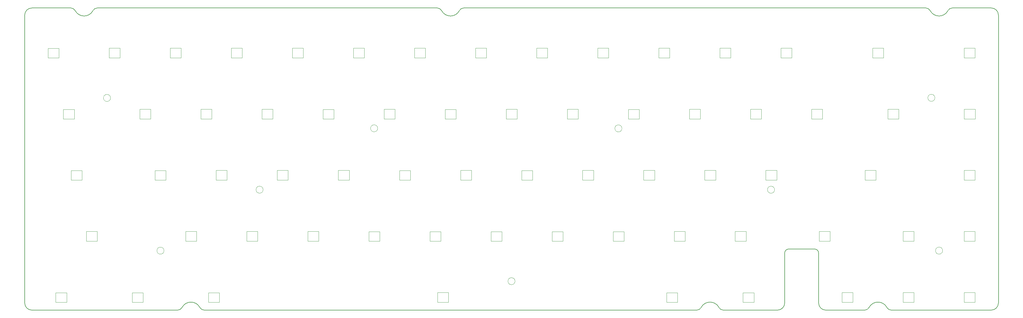
<source format=gbr>
%TF.GenerationSoftware,KiCad,Pcbnew,(5.1.12)-1*%
%TF.CreationDate,2022-03-05T19:22:20+03:30*%
%TF.ProjectId,JKB67,4a4b4236-372e-46b6-9963-61645f706362,rev?*%
%TF.SameCoordinates,Original*%
%TF.FileFunction,Profile,NP*%
%FSLAX46Y46*%
G04 Gerber Fmt 4.6, Leading zero omitted, Abs format (unit mm)*
G04 Created by KiCad (PCBNEW (5.1.12)-1) date 2022-03-05 19:22:20*
%MOMM*%
%LPD*%
G01*
G04 APERTURE LIST*
%TA.AperFunction,Profile*%
%ADD10C,0.200000*%
%TD*%
%TA.AperFunction,Profile*%
%ADD11C,0.050000*%
%TD*%
%TA.AperFunction,Profile*%
%ADD12C,0.120000*%
%TD*%
G04 APERTURE END LIST*
D10*
X79767773Y-79880952D02*
G75*
G02*
X74181628Y-79880952I-2793073J1456452D01*
G01*
X295524700Y-155474500D02*
G75*
G02*
X296774700Y-154224500I1250000J0D01*
G01*
X107519128Y-172468048D02*
G75*
G02*
X106189094Y-173274500I-1330034J693548D01*
G01*
X304849700Y-154224500D02*
G75*
G02*
X306099700Y-155474500I0J-1250000D01*
G01*
X107519129Y-172468049D02*
G75*
G02*
X113105271Y-172468049I2793071J-1456451D01*
G01*
X269444129Y-172468049D02*
G75*
G02*
X275030271Y-172468049I2793071J-1456451D01*
G01*
X194067773Y-79880952D02*
G75*
G02*
X188481628Y-79880952I-2793073J1456452D01*
G01*
X72851594Y-79074500D02*
G75*
G02*
X74181628Y-79880952I0J-1500000D01*
G01*
X60699700Y-173274500D02*
G75*
G02*
X58449700Y-171024500I0J2250000D01*
G01*
X269444128Y-172468048D02*
G75*
G02*
X268114094Y-173274500I-1330034J693548D01*
G01*
X58449700Y-81324500D02*
G75*
G02*
X60699700Y-79074500I2250000J0D01*
G01*
X339551594Y-79074500D02*
X195397805Y-79074500D01*
X321831629Y-172468049D02*
G75*
G02*
X327417771Y-172468049I2793071J-1456451D01*
G01*
X359949700Y-79074500D02*
X347797805Y-79074500D01*
X295524700Y-171024500D02*
G75*
G02*
X293274700Y-173274500I-2250000J0D01*
G01*
X306099700Y-155474500D02*
X306099700Y-171024500D01*
X362199700Y-171024500D02*
G75*
G02*
X359949700Y-173274500I-2250000J0D01*
G01*
X308349700Y-173274500D02*
G75*
G02*
X306099700Y-171024500I0J2250000D01*
G01*
X328747806Y-173274500D02*
G75*
G02*
X327417771Y-172468049I-1J1500000D01*
G01*
X362199700Y-171024500D02*
X362199700Y-81324500D01*
X346467771Y-79880952D02*
G75*
G02*
X347797805Y-79074500I1330034J-693548D01*
G01*
X276360306Y-173274500D02*
G75*
G02*
X275030271Y-172468049I-1J1500000D01*
G01*
X320501594Y-173274500D02*
X308349700Y-173274500D01*
X359949700Y-173274500D02*
X328747805Y-173274500D01*
X359949700Y-79074500D02*
G75*
G02*
X362199700Y-81324500I0J-2250000D01*
G01*
X321831628Y-172468048D02*
G75*
G02*
X320501594Y-173274500I-1330034J693548D01*
G01*
X79767771Y-79880952D02*
G75*
G02*
X81097805Y-79074500I1330034J-693548D01*
G01*
X296774700Y-154224500D02*
X304849700Y-154224500D01*
X114435306Y-173274500D02*
G75*
G02*
X113105271Y-172468049I-1J1500000D01*
G01*
X268114094Y-173274500D02*
X114435305Y-173274500D01*
X187151594Y-79074500D02*
G75*
G02*
X188481628Y-79880952I0J-1500000D01*
G01*
X72851594Y-79074500D02*
X60699700Y-79074500D01*
X194067771Y-79880952D02*
G75*
G02*
X195397805Y-79074500I1330034J-693548D01*
G01*
X187151594Y-79074500D02*
X81097805Y-79074500D01*
X339551594Y-79074500D02*
G75*
G02*
X340881628Y-79880952I0J-1500000D01*
G01*
X295524700Y-155474500D02*
X295524700Y-171024500D01*
X293274700Y-173274500D02*
X276360305Y-173274500D01*
X58449700Y-171024500D02*
X58449700Y-81324500D01*
X346467773Y-79880952D02*
G75*
G02*
X340881628Y-79880952I-2793073J1456452D01*
G01*
X106189094Y-173274500D02*
X60699700Y-173274500D01*
D11*
X344774700Y-154724100D02*
G75*
G03*
X344774700Y-154724100I-1100000J0D01*
G01*
X342374400Y-107086400D02*
G75*
G03*
X342374400Y-107086400I-1100000J0D01*
G01*
X292361800Y-135737600D02*
G75*
G03*
X292361800Y-135737600I-1100000J0D01*
G01*
X244749500Y-116624100D02*
G75*
G03*
X244749500Y-116624100I-1100000J0D01*
G01*
X168549500Y-116598700D02*
G75*
G03*
X168549500Y-116598700I-1100000J0D01*
G01*
X132811700Y-135724900D02*
G75*
G03*
X132811700Y-135724900I-1100000J0D01*
G01*
X211399300Y-164261800D02*
G75*
G03*
X211399300Y-164261800I-1100000J0D01*
G01*
X85224800Y-107124500D02*
G75*
G03*
X85224800Y-107124500I-1100000J0D01*
G01*
D12*
X101899900Y-154736800D02*
G75*
G03*
X101899900Y-154736800I-1100000J0D01*
G01*
D11*
%TO.C,U72*%
X351512000Y-170799000D02*
X351512000Y-167799000D01*
X354912000Y-170799000D02*
X351512000Y-170799000D01*
X354912000Y-167799000D02*
X354912000Y-170799000D01*
X351512000Y-167799000D02*
X354912000Y-167799000D01*
%TO.C,U71*%
X351512000Y-151749000D02*
X351512000Y-148749000D01*
X354912000Y-151749000D02*
X351512000Y-151749000D01*
X354912000Y-148749000D02*
X354912000Y-151749000D01*
X351512000Y-148749000D02*
X354912000Y-148749000D01*
%TO.C,U70*%
X351500000Y-132686000D02*
X351500000Y-129686000D01*
X354900000Y-132686000D02*
X351500000Y-132686000D01*
X354900000Y-129686000D02*
X354900000Y-132686000D01*
X351500000Y-129686000D02*
X354900000Y-129686000D01*
%TO.C,U69*%
X351521000Y-113662000D02*
X351521000Y-110662000D01*
X354921000Y-113662000D02*
X351521000Y-113662000D01*
X354921000Y-110662000D02*
X354921000Y-113662000D01*
X351521000Y-110662000D02*
X354921000Y-110662000D01*
%TO.C,U68*%
X351512000Y-94611800D02*
X351512000Y-91611800D01*
X354912000Y-94611800D02*
X351512000Y-94611800D01*
X354912000Y-91611800D02*
X354912000Y-94611800D01*
X351512000Y-91611800D02*
X354912000Y-91611800D01*
%TO.C,U67*%
X322912000Y-91611800D02*
X326312000Y-91611800D01*
X326312000Y-91611800D02*
X326312000Y-94611800D01*
X326312000Y-94611800D02*
X322912000Y-94611800D01*
X322912000Y-94611800D02*
X322912000Y-91611800D01*
%TO.C,U66*%
X332462000Y-170799000D02*
X332462000Y-167799000D01*
X335862000Y-170799000D02*
X332462000Y-170799000D01*
X335862000Y-167799000D02*
X335862000Y-170799000D01*
X332462000Y-167799000D02*
X335862000Y-167799000D01*
%TO.C,U65*%
X332462000Y-151762000D02*
X332462000Y-148762000D01*
X335862000Y-151762000D02*
X332462000Y-151762000D01*
X335862000Y-148762000D02*
X335862000Y-151762000D01*
X332462000Y-148762000D02*
X335862000Y-148762000D01*
%TO.C,U64*%
X320575000Y-129712000D02*
X323975000Y-129712000D01*
X323975000Y-129712000D02*
X323975000Y-132712000D01*
X323975000Y-132712000D02*
X320575000Y-132712000D01*
X320575000Y-132712000D02*
X320575000Y-129712000D01*
%TO.C,U63*%
X327713000Y-110649000D02*
X331113000Y-110649000D01*
X331113000Y-110649000D02*
X331113000Y-113649000D01*
X331113000Y-113649000D02*
X327713000Y-113649000D01*
X327713000Y-113649000D02*
X327713000Y-110649000D01*
%TO.C,U62*%
X313387000Y-170812000D02*
X313387000Y-167812000D01*
X316787000Y-170812000D02*
X313387000Y-170812000D01*
X316787000Y-167812000D02*
X316787000Y-170812000D01*
X313387000Y-167812000D02*
X316787000Y-167812000D01*
%TO.C,U61*%
X306250000Y-148762000D02*
X309650000Y-148762000D01*
X309650000Y-148762000D02*
X309650000Y-151762000D01*
X309650000Y-151762000D02*
X306250000Y-151762000D01*
X306250000Y-151762000D02*
X306250000Y-148762000D01*
%TO.C,U60*%
X303900000Y-113649000D02*
X303900000Y-110649000D01*
X307300000Y-113649000D02*
X303900000Y-113649000D01*
X307300000Y-110649000D02*
X307300000Y-113649000D01*
X303900000Y-110649000D02*
X307300000Y-110649000D01*
%TO.C,U59*%
X294337000Y-94611800D02*
X294337000Y-91611800D01*
X297737000Y-94611800D02*
X294337000Y-94611800D01*
X297737000Y-91611800D02*
X297737000Y-94611800D01*
X294337000Y-91611800D02*
X297737000Y-91611800D01*
%TO.C,U58*%
X282513000Y-167863000D02*
X285913000Y-167863000D01*
X285913000Y-167863000D02*
X285913000Y-170863000D01*
X285913000Y-170863000D02*
X282513000Y-170863000D01*
X282513000Y-170863000D02*
X282513000Y-167863000D01*
%TO.C,U57*%
X280062000Y-151762000D02*
X280062000Y-148762000D01*
X283462000Y-151762000D02*
X280062000Y-151762000D01*
X283462000Y-148762000D02*
X283462000Y-151762000D01*
X280062000Y-148762000D02*
X283462000Y-148762000D01*
%TO.C,U56*%
X289625000Y-132699000D02*
X289625000Y-129699000D01*
X293025000Y-132699000D02*
X289625000Y-132699000D01*
X293025000Y-129699000D02*
X293025000Y-132699000D01*
X289625000Y-129699000D02*
X293025000Y-129699000D01*
%TO.C,U55*%
X284850000Y-113649000D02*
X284850000Y-110649000D01*
X288250000Y-113649000D02*
X284850000Y-113649000D01*
X288250000Y-110649000D02*
X288250000Y-113649000D01*
X284850000Y-110649000D02*
X288250000Y-110649000D01*
%TO.C,U54*%
X275300000Y-94611800D02*
X275300000Y-91611800D01*
X278700000Y-94611800D02*
X275300000Y-94611800D01*
X278700000Y-91611800D02*
X278700000Y-94611800D01*
X275300000Y-91611800D02*
X278700000Y-91611800D01*
%TO.C,U52*%
X261025000Y-151749000D02*
X261025000Y-148749000D01*
X264425000Y-151749000D02*
X261025000Y-151749000D01*
X264425000Y-148749000D02*
X264425000Y-151749000D01*
X261025000Y-148749000D02*
X264425000Y-148749000D01*
%TO.C,U51*%
X270575000Y-132699000D02*
X270575000Y-129699000D01*
X273975000Y-132699000D02*
X270575000Y-132699000D01*
X273975000Y-129699000D02*
X273975000Y-132699000D01*
X270575000Y-129699000D02*
X273975000Y-129699000D01*
%TO.C,U50*%
X265800000Y-113649000D02*
X265800000Y-110649000D01*
X269200000Y-113649000D02*
X265800000Y-113649000D01*
X269200000Y-110649000D02*
X269200000Y-113649000D01*
X265800000Y-110649000D02*
X269200000Y-110649000D01*
%TO.C,U49*%
X256250000Y-94611800D02*
X256250000Y-91611800D01*
X259650000Y-94611800D02*
X256250000Y-94611800D01*
X259650000Y-91611800D02*
X259650000Y-94611800D01*
X256250000Y-91611800D02*
X259650000Y-91611800D01*
%TO.C,U48*%
X258688000Y-167863000D02*
X262088000Y-167863000D01*
X262088000Y-167863000D02*
X262088000Y-170863000D01*
X262088000Y-170863000D02*
X258688000Y-170863000D01*
X258688000Y-170863000D02*
X258688000Y-167863000D01*
%TO.C,U47*%
X241975000Y-151787000D02*
X241975000Y-148787000D01*
X245375000Y-151787000D02*
X241975000Y-151787000D01*
X245375000Y-148787000D02*
X245375000Y-151787000D01*
X241975000Y-148787000D02*
X245375000Y-148787000D01*
%TO.C,U46*%
X251525000Y-132699000D02*
X251525000Y-129699000D01*
X254925000Y-132699000D02*
X251525000Y-132699000D01*
X254925000Y-129699000D02*
X254925000Y-132699000D01*
X251525000Y-129699000D02*
X254925000Y-129699000D01*
%TO.C,U45*%
X246737000Y-113674000D02*
X246737000Y-110674000D01*
X250137000Y-113674000D02*
X246737000Y-113674000D01*
X250137000Y-110674000D02*
X250137000Y-113674000D01*
X246737000Y-110674000D02*
X250137000Y-110674000D01*
%TO.C,U44*%
X237200000Y-94611800D02*
X237200000Y-91611800D01*
X240600000Y-94611800D02*
X237200000Y-94611800D01*
X240600000Y-91611800D02*
X240600000Y-94611800D01*
X237200000Y-91611800D02*
X240600000Y-91611800D01*
%TO.C,U43*%
X222938000Y-151774000D02*
X222938000Y-148774000D01*
X226338000Y-151774000D02*
X222938000Y-151774000D01*
X226338000Y-148774000D02*
X226338000Y-151774000D01*
X222938000Y-148774000D02*
X226338000Y-148774000D01*
%TO.C,U42*%
X232475000Y-132712000D02*
X232475000Y-129712000D01*
X235875000Y-132712000D02*
X232475000Y-132712000D01*
X235875000Y-129712000D02*
X235875000Y-132712000D01*
X232475000Y-129712000D02*
X235875000Y-129712000D01*
%TO.C,U41*%
X227687000Y-113662000D02*
X227687000Y-110662000D01*
X231087000Y-113662000D02*
X227687000Y-113662000D01*
X231087000Y-110662000D02*
X231087000Y-113662000D01*
X227687000Y-110662000D02*
X231087000Y-110662000D01*
%TO.C,U40*%
X218137000Y-94611800D02*
X218137000Y-91611800D01*
X221537000Y-94611800D02*
X218137000Y-94611800D01*
X221537000Y-91611800D02*
X221537000Y-94611800D01*
X218137000Y-91611800D02*
X221537000Y-91611800D01*
%TO.C,U39*%
X203888000Y-151774000D02*
X203888000Y-148774000D01*
X207288000Y-151774000D02*
X203888000Y-151774000D01*
X207288000Y-148774000D02*
X207288000Y-151774000D01*
X203888000Y-148774000D02*
X207288000Y-148774000D01*
%TO.C,U38*%
X213451000Y-132724000D02*
X213451000Y-129724000D01*
X216851000Y-132724000D02*
X213451000Y-132724000D01*
X216851000Y-129724000D02*
X216851000Y-132724000D01*
X213451000Y-129724000D02*
X216851000Y-129724000D01*
%TO.C,U37*%
X208637000Y-113662000D02*
X208637000Y-110662000D01*
X212037000Y-113662000D02*
X208637000Y-113662000D01*
X212037000Y-110662000D02*
X212037000Y-113662000D01*
X208637000Y-110662000D02*
X212037000Y-110662000D01*
%TO.C,U36*%
X199087000Y-94611800D02*
X199087000Y-91611800D01*
X202487000Y-94611800D02*
X199087000Y-94611800D01*
X202487000Y-91611800D02*
X202487000Y-94611800D01*
X199087000Y-91611800D02*
X202487000Y-91611800D01*
%TO.C,U35*%
X187238000Y-167812000D02*
X190638000Y-167812000D01*
X190638000Y-167812000D02*
X190638000Y-170812000D01*
X190638000Y-170812000D02*
X187238000Y-170812000D01*
X187238000Y-170812000D02*
X187238000Y-167812000D01*
%TO.C,U34*%
X184850000Y-151787000D02*
X184850000Y-148787000D01*
X188250000Y-151787000D02*
X184850000Y-151787000D01*
X188250000Y-148787000D02*
X188250000Y-151787000D01*
X184850000Y-148787000D02*
X188250000Y-148787000D01*
%TO.C,U33*%
X194388000Y-132712000D02*
X194388000Y-129712000D01*
X197788000Y-132712000D02*
X194388000Y-132712000D01*
X197788000Y-129712000D02*
X197788000Y-132712000D01*
X194388000Y-129712000D02*
X197788000Y-129712000D01*
%TO.C,U32*%
X189587000Y-113674000D02*
X189587000Y-110674000D01*
X192987000Y-113674000D02*
X189587000Y-113674000D01*
X192987000Y-110674000D02*
X192987000Y-113674000D01*
X189587000Y-110674000D02*
X192987000Y-110674000D01*
%TO.C,U31*%
X180050000Y-94611800D02*
X180050000Y-91611800D01*
X183450000Y-94611800D02*
X180050000Y-94611800D01*
X183450000Y-91611800D02*
X183450000Y-94611800D01*
X180050000Y-91611800D02*
X183450000Y-91611800D01*
%TO.C,U30*%
X165788000Y-151774000D02*
X165788000Y-148774000D01*
X169188000Y-151774000D02*
X165788000Y-151774000D01*
X169188000Y-148774000D02*
X169188000Y-151774000D01*
X165788000Y-148774000D02*
X169188000Y-148774000D01*
%TO.C,U29*%
X175338000Y-132724000D02*
X175338000Y-129724000D01*
X178738000Y-132724000D02*
X175338000Y-132724000D01*
X178738000Y-129724000D02*
X178738000Y-132724000D01*
X175338000Y-129724000D02*
X178738000Y-129724000D01*
%TO.C,U28*%
X170525000Y-113662000D02*
X170525000Y-110662000D01*
X173925000Y-113662000D02*
X170525000Y-113662000D01*
X173925000Y-110662000D02*
X173925000Y-113662000D01*
X170525000Y-110662000D02*
X173925000Y-110662000D01*
%TO.C,U27*%
X161000000Y-94611800D02*
X161000000Y-91611800D01*
X164400000Y-94611800D02*
X161000000Y-94611800D01*
X164400000Y-91611800D02*
X164400000Y-94611800D01*
X161000000Y-91611800D02*
X164400000Y-91611800D01*
%TO.C,U26*%
X146725000Y-151762000D02*
X146725000Y-148762000D01*
X150125000Y-151762000D02*
X146725000Y-151762000D01*
X150125000Y-148762000D02*
X150125000Y-151762000D01*
X146725000Y-148762000D02*
X150125000Y-148762000D01*
%TO.C,U25*%
X156275000Y-132712000D02*
X156275000Y-129712000D01*
X159675000Y-132712000D02*
X156275000Y-132712000D01*
X159675000Y-129712000D02*
X159675000Y-132712000D01*
X156275000Y-129712000D02*
X159675000Y-129712000D01*
%TO.C,U24*%
X151462000Y-113674000D02*
X151462000Y-110674000D01*
X154862000Y-113674000D02*
X151462000Y-113674000D01*
X154862000Y-110674000D02*
X154862000Y-113674000D01*
X151462000Y-110674000D02*
X154862000Y-110674000D01*
%TO.C,U23*%
X141962000Y-94611800D02*
X141962000Y-91611800D01*
X145362000Y-94611800D02*
X141962000Y-94611800D01*
X145362000Y-91611800D02*
X145362000Y-94611800D01*
X141962000Y-91611800D02*
X145362000Y-91611800D01*
%TO.C,U20*%
X127688000Y-151749000D02*
X127688000Y-148749000D01*
X131088000Y-151749000D02*
X127688000Y-151749000D01*
X131088000Y-148749000D02*
X131088000Y-151749000D01*
X127688000Y-148749000D02*
X131088000Y-148749000D01*
%TO.C,U19*%
X137200000Y-132712000D02*
X137200000Y-129712000D01*
X140600000Y-132712000D02*
X137200000Y-132712000D01*
X140600000Y-129712000D02*
X140600000Y-132712000D01*
X137200000Y-129712000D02*
X140600000Y-129712000D01*
%TO.C,U18*%
X132412000Y-113662000D02*
X132412000Y-110662000D01*
X135812000Y-113662000D02*
X132412000Y-113662000D01*
X135812000Y-110662000D02*
X135812000Y-113662000D01*
X132412000Y-110662000D02*
X135812000Y-110662000D01*
%TO.C,U17*%
X122900000Y-94611800D02*
X122900000Y-91611800D01*
X126300000Y-94611800D02*
X122900000Y-94611800D01*
X126300000Y-91611800D02*
X126300000Y-94611800D01*
X122900000Y-91611800D02*
X126300000Y-91611800D01*
%TO.C,U14*%
X115775000Y-167837000D02*
X119175000Y-167837000D01*
X119175000Y-167837000D02*
X119175000Y-170837000D01*
X119175000Y-170837000D02*
X115775000Y-170837000D01*
X115775000Y-170837000D02*
X115775000Y-167837000D01*
%TO.C,U13*%
X108638000Y-151749000D02*
X108638000Y-148749000D01*
X112038000Y-151749000D02*
X108638000Y-151749000D01*
X112038000Y-148749000D02*
X112038000Y-151749000D01*
X108638000Y-148749000D02*
X112038000Y-148749000D01*
%TO.C,U12*%
X118150000Y-132712000D02*
X118150000Y-129712000D01*
X121550000Y-132712000D02*
X118150000Y-132712000D01*
X121550000Y-129712000D02*
X121550000Y-132712000D01*
X118150000Y-129712000D02*
X121550000Y-129712000D01*
%TO.C,U11*%
X113387000Y-113662000D02*
X113387000Y-110662000D01*
X116787000Y-113662000D02*
X113387000Y-113662000D01*
X116787000Y-110662000D02*
X116787000Y-113662000D01*
X113387000Y-110662000D02*
X116787000Y-110662000D01*
%TO.C,U10*%
X103850000Y-94611800D02*
X103850000Y-91611800D01*
X107250000Y-94611800D02*
X103850000Y-94611800D01*
X107250000Y-91611800D02*
X107250000Y-94611800D01*
X103850000Y-91611800D02*
X107250000Y-91611800D01*
%TO.C,U9*%
X91962500Y-167824000D02*
X95362500Y-167824000D01*
X95362500Y-167824000D02*
X95362500Y-170824000D01*
X95362500Y-170824000D02*
X91962500Y-170824000D01*
X91962500Y-170824000D02*
X91962500Y-167824000D01*
%TO.C,U8*%
X99100000Y-132724000D02*
X99100000Y-129724000D01*
X102500000Y-132724000D02*
X99100000Y-132724000D01*
X102500000Y-129724000D02*
X102500000Y-132724000D01*
X99100000Y-129724000D02*
X102500000Y-129724000D01*
%TO.C,U7*%
X94337400Y-113662000D02*
X94337400Y-110662000D01*
X97737400Y-113662000D02*
X94337400Y-113662000D01*
X97737400Y-110662000D02*
X97737400Y-113662000D01*
X94337400Y-110662000D02*
X97737400Y-110662000D01*
%TO.C,U6*%
X84799700Y-94611800D02*
X84799700Y-91611800D01*
X88199700Y-94611800D02*
X84799700Y-94611800D01*
X88199700Y-91611800D02*
X88199700Y-94611800D01*
X84799700Y-91611800D02*
X88199700Y-91611800D01*
%TO.C,U5*%
X68137300Y-167824000D02*
X71537300Y-167824000D01*
X71537300Y-167824000D02*
X71537300Y-170824000D01*
X71537300Y-170824000D02*
X68137300Y-170824000D01*
X68137300Y-170824000D02*
X68137300Y-167824000D01*
%TO.C,U4*%
X77662300Y-148762000D02*
X81062300Y-148762000D01*
X81062300Y-148762000D02*
X81062300Y-151762000D01*
X81062300Y-151762000D02*
X77662300Y-151762000D01*
X77662300Y-151762000D02*
X77662300Y-148762000D01*
%TO.C,U3*%
X72899800Y-129724000D02*
X76299800Y-129724000D01*
X76299800Y-129724000D02*
X76299800Y-132724000D01*
X76299800Y-132724000D02*
X72899800Y-132724000D01*
X72899800Y-132724000D02*
X72899800Y-129724000D01*
%TO.C,U2*%
X70512200Y-110674000D02*
X73912200Y-110674000D01*
X73912200Y-110674000D02*
X73912200Y-113674000D01*
X73912200Y-113674000D02*
X70512200Y-113674000D01*
X70512200Y-113674000D02*
X70512200Y-110674000D01*
%TO.C,U1*%
X65749700Y-94624500D02*
X65749700Y-91624500D01*
X69149700Y-94624500D02*
X65749700Y-94624500D01*
X69149700Y-91624500D02*
X69149700Y-94624500D01*
X65749700Y-91624500D02*
X69149700Y-91624500D01*
%TD*%
M02*

</source>
